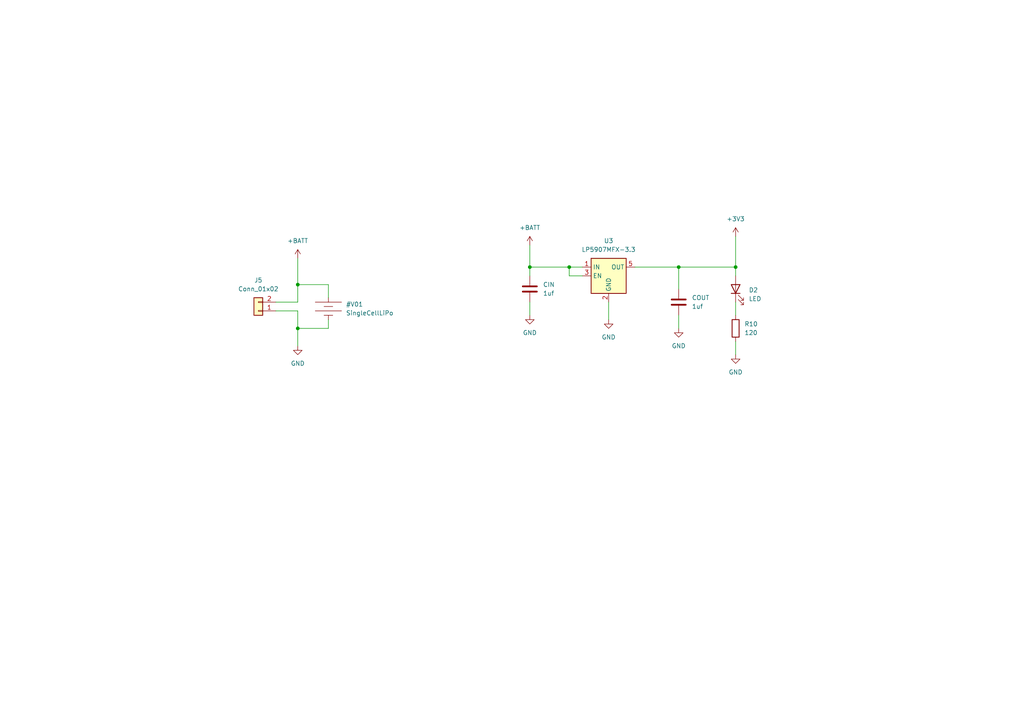
<source format=kicad_sch>
(kicad_sch (version 20230121) (generator eeschema)
  (paper "A4")
  (lib_symbols
    (symbol "Connector_Generic:Conn_01x02" (pin_names (offset 1.016) hide)
      (property "Reference" "J" (at 0 2.54 0))
      (property "Value" "Conn_01x02" (at 0 -5.08 0))
      (symbol "Conn_01x02_1_1"
        (rectangle (start -1.27 -2.413) (end 0 -2.667) (stroke (width 0.1524)))
        (rectangle (start -1.27 0.127) (end 0 -0.127) (stroke (width 0.1524)))
        (rectangle (start -1.27 1.27) (end 1.27 -3.81) (stroke (width 0.254)) (fill (type background)))
        (pin passive line (at -5.08 0 0) (length 3.81) (name "Pin_1") (number "1"))
        (pin passive line (at -5.08 -2.54 0) (length 3.81) (name "Pin_2") (number "2"))
      )
    )
    (symbol "Device:C" (pin_numbers hide) (pin_names (offset 0.254))
      (property "Reference" "C" (at 0.635 2.54 0))
      (property "Value" "C" (at 0.635 -2.54 0))
      (symbol "C_0_1"
        (polyline (pts (xy -2.032 -0.762) (xy 2.032 -0.762)) (stroke (width 0.508)))
        (polyline (pts (xy -2.032 0.762) (xy 2.032 0.762)) (stroke (width 0.508)))
      )
      (symbol "C_1_1"
        (pin passive line (at 0 3.81 270) (length 2.794) (name "~") (number "1"))
        (pin passive line (at 0 -3.81 90) (length 2.794) (name "~") (number "2"))
      )
    )
    (symbol "Device:LED" (pin_numbers hide) (pin_names (offset 1.016) hide)
      (property "Reference" "D" (at 0 2.54 0))
      (property "Value" "LED" (at 0 -2.54 0))
      (symbol "LED_0_1"
        (polyline (pts (xy -1.27 -1.27) (xy -1.27 1.27)) (stroke (width 0.254)))
        (polyline (pts (xy -1.27 0) (xy 1.27 0)))
        (polyline (pts (xy 1.27 -1.27) (xy 1.27 1.27) (xy -1.27 0) (xy 1.27 -1.27)) (stroke (width 0.254)))
        (polyline (pts (xy -3.048 -0.762) (xy -4.572 -2.286) (xy -3.81 -2.286) (xy -4.572 -2.286) (xy -4.572 -1.524)))
        (polyline (pts (xy -1.778 -0.762) (xy -3.302 -2.286) (xy -2.54 -2.286) (xy -3.302 -2.286) (xy -3.302 -1.524)))
      )
      (symbol "LED_1_1"
        (pin passive line (at -3.81 0 0) (length 2.54) (name "K") (number "1"))
        (pin passive line (at 3.81 0 180) (length 2.54) (name "A") (number "2"))
      )
    )
    (symbol "Device:R" (pin_numbers hide) (pin_names (offset 0))
      (property "Reference" "R" (at 2.032 0 90))
      (property "Value" "R" (at 0 0 90))
      (symbol "R_0_1"
        (rectangle (start -1.016 -2.54) (end 1.016 2.54) (stroke (width 0.254)))
      )
      (symbol "R_1_1"
        (pin passive line (at 0 3.81 270) (length 1.27) (name "~") (number "1"))
        (pin passive line (at 0 -3.81 90) (length 1.27) (name "~") (number "2"))
      )
    )
    (symbol "Regulator_Linear:LP5907MFX-3.3"
      (property "Reference" "U" (at -3.81 6.35 0))
      (property "Value" "LP5907MFX-3.3" (at 6.35 6.35 0))
      (symbol "LP5907MFX-3.3_0_1"
        (rectangle (start -5.08 -5.08) (end 5.08 5.08) (stroke (width 0.254)) (fill (type background)))
        (pin power_in line (at -7.62 2.54 0) (length 2.54) (name "IN") (number "1"))
        (pin power_in line (at 0 -7.62 90) (length 2.54) (name "GND") (number "2"))
        (pin input line (at -7.62 0 0) (length 2.54) (name "EN") (number "3"))
        (pin no_connect line (at 5.08 0 180) (length 2.54) hide (name "NC") (number "4"))
        (pin power_out line (at 7.62 2.54 180) (length 2.54) (name "OUT") (number "5"))
      )
    )
    (symbol "minimouse:SingleCellLiPo" (power) (pin_numbers hide) (pin_names hide) (in_bom no) (on_board no)
      (property "Reference" "V" (at 1.8796 0.3048 0))
      (property "Value" "SingleCellLiPo" (at -11.43 1.27 0))
      (symbol "SingleCellLiPo_0_1"
        (polyline (pts (xy -3.81 0) (xy 3.81 0)))
        (polyline (pts (xy -3.81 2.54) (xy 3.81 2.54)))
        (polyline (pts (xy -1.27 -1.27) (xy 1.27 -1.27)))
        (polyline (pts (xy -1.27 1.27) (xy 1.27 1.27)))
      )
      (symbol "SingleCellLiPo_1_1"
        (pin power_out line (at 0 -2.54 90) (length 1.27) (name "+") (number ""))
        (pin power_out line (at 0 3.81 270) (length 1.27) (name "+") (number ""))
      )
    )
    (symbol "power:+3V3" (power) (pin_names (offset 0))
      (property "Value" "+3V3" (at 0 3.556 0))
      (symbol "+3V3_0_1"
        (polyline (pts (xy -0.762 1.27) (xy 0 2.54)))
        (polyline (pts (xy 0 0) (xy 0 2.54)))
        (polyline (pts (xy 0 2.54) (xy 0.762 1.27)))
      )
      (symbol "+3V3_1_1"
        (pin power_in line (at 0 0 90) (length 0) hide (name "+3V3") (number "1"))
      )
    )
    (symbol "power:+BATT" (power) (pin_names (offset 0))
      (property "Value" "+BATT" (at 0 3.556 0))
      (symbol "+BATT_0_1"
        (polyline (pts (xy -0.762 1.27) (xy 0 2.54)))
        (polyline (pts (xy 0 0) (xy 0 2.54)))
        (polyline (pts (xy 0 2.54) (xy 0.762 1.27)))
      )
      (symbol "+BATT_1_1"
        (pin power_in line (at 0 0 90) (length 0) hide (name "+BATT") (number "1"))
      )
    )
    (symbol "power:GND" (power) (pin_names (offset 0))
      (property "Value" "GND" (at 0 -3.81 0))
      (symbol "GND_0_1"
        (polyline (pts (xy 0 0) (xy 0 -1.27) (xy 1.27 -1.27) (xy 0 -2.54) (xy -1.27 -1.27) (xy 0 -1.27)))
      )
      (symbol "GND_1_1"
        (pin power_in line (at 0 0 270) (length 0) hide (name "GND") (number "1"))
      )
    )
  )
  (junction (at 86.36 82.55))
  (junction (at 153.67 77.47))
  (junction (at 165.1 77.47))
  (junction (at 86.36 95.25))
  (junction (at 196.85 77.47))
  (junction (at 213.36 77.47))
  (wire (pts (xy 86.36 90.17) (xy 86.36 95.25)))
  (wire (pts (xy 196.85 91.44) (xy 196.85 95.25)))
  (wire (pts (xy 95.25 82.55) (xy 86.36 82.55)))
  (wire (pts (xy 86.36 74.93) (xy 86.36 82.55)))
  (wire (pts (xy 95.25 86.36) (xy 95.25 82.55)))
  (wire (pts (xy 153.67 87.63) (xy 153.67 91.44)))
  (wire (pts (xy 165.1 80.01) (xy 165.1 77.47)))
  (wire (pts (xy 153.67 77.47) (xy 153.67 80.01)))
  (wire (pts (xy 176.53 87.63) (xy 176.53 92.71)))
  (wire (pts (xy 153.67 71.12) (xy 153.67 77.47)))
  (wire (pts (xy 184.15 77.47) (xy 196.85 77.47)))
  (wire (pts (xy 95.25 92.71) (xy 95.25 95.25)))
  (wire (pts (xy 213.36 99.06) (xy 213.36 102.87)))
  (wire (pts (xy 80.01 87.63) (xy 86.36 87.63)))
  (wire (pts (xy 213.36 77.47) (xy 213.36 80.01)))
  (wire (pts (xy 196.85 77.47) (xy 213.36 77.47)))
  (wire (pts (xy 153.67 77.47) (xy 165.1 77.47)))
  (wire (pts (xy 86.36 95.25) (xy 86.36 100.33)))
  (wire (pts (xy 95.25 95.25) (xy 86.36 95.25)))
  (wire (pts (xy 86.36 82.55) (xy 86.36 87.63)))
  (wire (pts (xy 165.1 77.47) (xy 168.91 77.47)))
  (wire (pts (xy 213.36 68.58) (xy 213.36 77.47)))
  (wire (pts (xy 196.85 77.47) (xy 196.85 83.82)))
  (wire (pts (xy 213.36 87.63) (xy 213.36 91.44)))
  (wire (pts (xy 168.91 80.01) (xy 165.1 80.01)))
  (wire (pts (xy 80.01 90.17) (xy 86.36 90.17)))
  (symbol (lib_id "power:+BATT") (at 153.67 71.12 0) (unit 1)
    (property "Reference" "#PWR024" (effects hide))
    (property "Value" "+BATT" (at 153.67 66.04 0))
  )
  (symbol (lib_id "power:+BATT") (at 86.36 74.93 0) (unit 1)
    (property "Reference" "#PWR036" (effects hide))
    (property "Value" "+BATT" (at 86.36 69.85 0))
  )
  (symbol (lib_id "Device:C") (at 153.67 83.82 0) (unit 1)
    (property "Reference" "CIN" (at 157.48 82.55 0) (effects (justify left)))
    (property "Value" "1uf" (at 157.48 85.09 0) (effects (justify left)))
  )
  (symbol (lib_id "minimouse:SingleCellLiPo") (at 95.25 90.17 0) (unit 1) (in_bom no) (on_board no)
    (property "Reference" "#V01" (at 100.33 88.265 0) (effects (justify left)))
    (property "Value" "SingleCellLiPo" (at 100.33 90.805 0) (effects (justify left)))
  )
  (symbol (lib_id "Regulator_Linear:LP5907MFX-3.3") (at 176.53 80.01 0) (unit 1)
    (property "Reference" "U3" (at 176.53 69.85 0))
    (property "Value" "LP5907MFX-3.3" (at 176.53 72.39 0))
    (property "Footprint" "Package_TO_SOT_SMD:SOT-23-5" (effects hide))
    (property "Datasheet" "http://www.ti.com/lit/ds/symlink/lp5907.pdf" (effects hide))
  )
  (symbol (lib_id "Device:LED") (at 213.36 83.82 90) (unit 1)
    (property "Reference" "D2" (at 217.17 84.1375 90) (effects (justify right)))
    (property "Value" "LED" (at 217.17 86.6775 90) (effects (justify right)))
    (property "Footprint" "LED_SMD:LED_0603_1608Metric_Pad1.05x0.95mm_HandSolder" (effects hide))
  )
  (symbol (lib_id "power:GND") (at 153.67 91.44 0) (unit 1)
    (property "Reference" "#PWR020" (effects hide))
    (property "Value" "GND" (at 153.67 96.52 0))
  )
  (symbol (lib_id "Device:R") (at 213.36 95.25 0) (unit 1)
    (property "Reference" "R10" (at 215.9 93.98 0) (effects (justify left)))
    (property "Value" "120" (at 215.9 96.52 0) (effects (justify left)))
  )
  (symbol (lib_id "power:GND") (at 213.36 102.87 0) (unit 1)
    (property "Reference" "#PWR022" (effects hide))
    (property "Value" "GND" (at 213.36 107.95 0))
  )
  (symbol (lib_id "power:+3V3") (at 213.36 68.58 0) (unit 1)
    (property "Reference" "#PWR023" (effects hide))
    (property "Value" "+3V3" (at 213.36 63.5 0))
  )
  (symbol (lib_id "Device:C") (at 196.85 87.63 0) (unit 1)
    (property "Reference" "COUT" (at 200.66 86.36 0) (effects (justify left)))
    (property "Value" "1uf" (at 200.66 88.9 0) (effects (justify left)))
  )
  (symbol (lib_id "Connector_Generic:Conn_01x02") (at 74.93 90.17 180) (unit 1)
    (property "Reference" "J5" (at 74.93 81.28 0))
    (property "Value" "Conn_01x02" (at 74.93 83.82 0))
    (property "Footprint" "Connector_PinHeader_2.54mm:PinHeader_1x02_P2.54mm_Vertical" (effects hide))
  )
  (symbol (lib_id "power:GND") (at 196.85 95.25 0) (unit 1)
    (property "Reference" "#PWR019" (effects hide))
    (property "Value" "GND" (at 196.85 100.33 0))
  )
  (symbol (lib_id "power:GND") (at 176.53 92.71 0) (unit 1)
    (property "Reference" "#PWR021" (effects hide))
    (property "Value" "GND" (at 176.53 97.79 0))
  )
  (symbol (lib_id "power:GND") (at 86.36 100.33 0) (unit 1)
    (property "Reference" "#PWR037" (effects hide))
    (property "Value" "GND" (at 86.36 105.41 0))
  )
)
</source>
